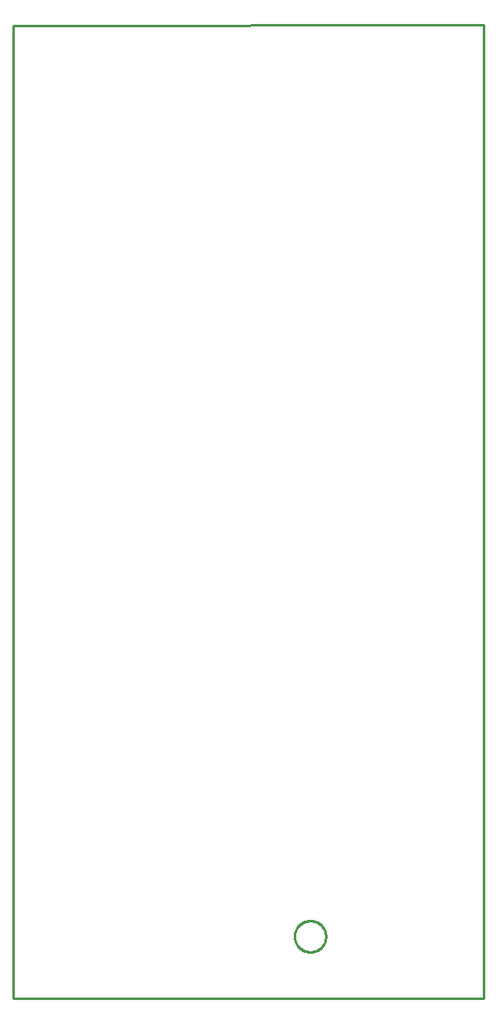
<source format=gbr>
G04 EAGLE Gerber RS-274X export*
G75*
%MOMM*%
%FSLAX34Y34*%
%LPD*%
%IN*%
%IPPOS*%
%AMOC8*
5,1,8,0,0,1.08239X$1,22.5*%
G01*
%ADD10C,0.254000*%


D10*
X0Y0D02*
X482600Y0D01*
X482600Y996950D01*
X0Y996850D01*
X0Y0D01*
X320800Y62976D02*
X320732Y61931D01*
X320595Y60892D01*
X320390Y59865D01*
X320119Y58853D01*
X319783Y57861D01*
X319382Y56893D01*
X318918Y55954D01*
X318395Y55046D01*
X317813Y54175D01*
X317175Y53344D01*
X316484Y52557D01*
X315743Y51816D01*
X314956Y51125D01*
X314125Y50488D01*
X313254Y49906D01*
X312346Y49382D01*
X311407Y48918D01*
X310439Y48517D01*
X309447Y48181D01*
X308435Y47910D01*
X307408Y47705D01*
X306369Y47569D01*
X305324Y47500D01*
X304276Y47500D01*
X303231Y47569D01*
X302192Y47705D01*
X301165Y47910D01*
X300153Y48181D01*
X299161Y48517D01*
X298193Y48918D01*
X297254Y49382D01*
X296346Y49906D01*
X295475Y50488D01*
X294644Y51125D01*
X293857Y51816D01*
X293116Y52557D01*
X292425Y53344D01*
X291788Y54175D01*
X291206Y55046D01*
X290682Y55954D01*
X290218Y56893D01*
X289817Y57861D01*
X289481Y58853D01*
X289210Y59865D01*
X289005Y60892D01*
X288869Y61931D01*
X288800Y62976D01*
X288800Y64024D01*
X288869Y65069D01*
X289005Y66108D01*
X289210Y67135D01*
X289481Y68147D01*
X289817Y69139D01*
X290218Y70107D01*
X290682Y71046D01*
X291206Y71954D01*
X291788Y72825D01*
X292425Y73656D01*
X293116Y74443D01*
X293857Y75184D01*
X294644Y75875D01*
X295475Y76513D01*
X296346Y77095D01*
X297254Y77618D01*
X298193Y78082D01*
X299161Y78483D01*
X300153Y78819D01*
X301165Y79090D01*
X302192Y79295D01*
X303231Y79432D01*
X304276Y79500D01*
X305324Y79500D01*
X306369Y79432D01*
X307408Y79295D01*
X308435Y79090D01*
X309447Y78819D01*
X310439Y78483D01*
X311407Y78082D01*
X312346Y77618D01*
X313254Y77095D01*
X314125Y76513D01*
X314956Y75875D01*
X315743Y75184D01*
X316484Y74443D01*
X317175Y73656D01*
X317813Y72825D01*
X318395Y71954D01*
X318918Y71046D01*
X319382Y70107D01*
X319783Y69139D01*
X320119Y68147D01*
X320390Y67135D01*
X320595Y66108D01*
X320732Y65069D01*
X320800Y64024D01*
X320800Y62976D01*
M02*

</source>
